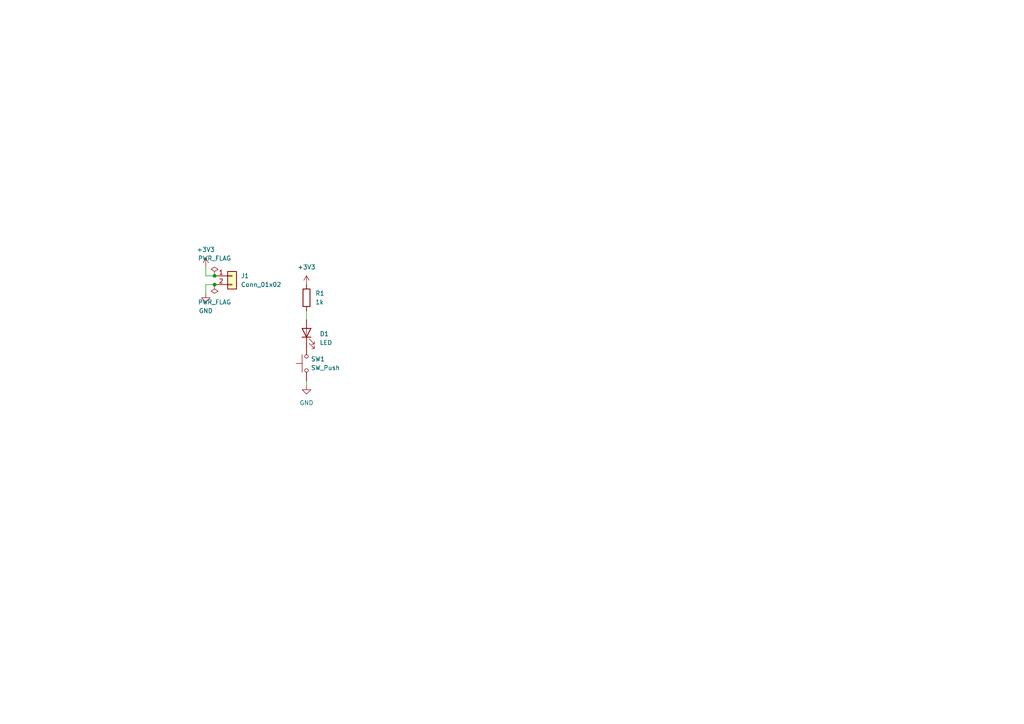
<source format=kicad_sch>
(kicad_sch (version 20231120) (generator "eeschema") (generator_version "8.0")
  (paper "A4")
  (lib_symbols
    (symbol "Connector_Generic:Conn_01x02" (pin_names (offset 1.016) hide)
      (property "Reference" "J" (at 0 2.54 0))
      (property "Value" "Conn_01x02" (at 0 -5.08 0))
      (symbol "Conn_01x02_1_1"
        (rectangle (start -1.27 -2.413) (end 0 -2.667) (stroke (width 0.1524)))
        (rectangle (start -1.27 0.127) (end 0 -0.127) (stroke (width 0.1524)))
        (rectangle (start -1.27 1.27) (end 1.27 -3.81) (stroke (width 0.254)) (fill (type background)))
        (pin passive line (at -5.08 0 0) (length 3.81) (name "Pin_1") (number "1"))
        (pin passive line (at -5.08 -2.54 0) (length 3.81) (name "Pin_2") (number "2"))
      )
    )
    (symbol "Device:LED" (pin_numbers hide) (pin_names (offset 1.016) hide)
      (property "Reference" "D" (at 0 2.54 0))
      (property "Value" "LED" (at 0 -2.54 0))
      (symbol "LED_0_1"
        (polyline (pts (xy -1.27 -1.27) (xy -1.27 1.27)) (stroke (width 0.254)))
        (polyline (pts (xy -1.27 0) (xy 1.27 0)))
        (polyline (pts (xy 1.27 -1.27) (xy 1.27 1.27) (xy -1.27 0) (xy 1.27 -1.27)) (stroke (width 0.254)))
        (polyline (pts (xy -3.048 -0.762) (xy -4.572 -2.286) (xy -3.81 -2.286) (xy -4.572 -2.286) (xy -4.572 -1.524)))
        (polyline (pts (xy -1.778 -0.762) (xy -3.302 -2.286) (xy -2.54 -2.286) (xy -3.302 -2.286) (xy -3.302 -1.524)))
      )
      (symbol "LED_1_1"
        (pin passive line (at -3.81 0 0) (length 2.54) (name "K") (number "1"))
        (pin passive line (at 3.81 0 180) (length 2.54) (name "A") (number "2"))
      )
    )
    (symbol "Switch:SW_Push" (pin_numbers hide) (pin_names (offset 1.016) hide)
      (property "Reference" "SW" (at 1.27 2.54 0))
      (property "Value" "SW_Push" (at 0 -1.524 0))
      (symbol "SW_Push_0_1"
        (circle (center -2.032 0) (radius 0.508))
        (polyline (pts (xy 0 1.27) (xy 0 3.048)))
        (polyline (pts (xy 2.54 1.27) (xy -2.54 1.27)))
        (circle (center 2.032 0) (radius 0.508))
        (pin passive line (at -5.08 0 0) (length 2.54) (name "1") (number "1"))
        (pin passive line (at 5.08 0 180) (length 2.54) (name "2") (number "2"))
      )
    )
    (symbol "device:R" (pin_numbers hide) (pin_names (offset 0))
      (property "Reference" "R" (at 2.032 0 90))
      (property "Value" "R" (at 0 0 90))
      (symbol "R_0_1"
        (rectangle (start -1.016 -2.54) (end 1.016 2.54) (stroke (width 0.254)))
      )
      (symbol "R_1_1"
        (pin passive line (at 0 3.81 270) (length 1.27) (name "~") (number "1"))
        (pin passive line (at 0 -3.81 90) (length 1.27) (name "~") (number "2"))
      )
    )
    (symbol "power:+3V3" (power) (pin_names (offset 0))
      (property "Value" "+3V3" (at 0 3.556 0))
      (symbol "+3V3_0_1"
        (polyline (pts (xy -0.762 1.27) (xy 0 2.54)))
        (polyline (pts (xy 0 0) (xy 0 2.54)))
        (polyline (pts (xy 0 2.54) (xy 0.762 1.27)))
      )
      (symbol "+3V3_1_1"
        (pin power_in line (at 0 0 90) (length 0) hide (name "+3V3") (number "1"))
      )
    )
    (symbol "power:GND" (power) (pin_names (offset 0))
      (property "Value" "GND" (at 0 -3.81 0))
      (symbol "GND_0_1"
        (polyline (pts (xy 0 0) (xy 0 -1.27) (xy 1.27 -1.27) (xy 0 -2.54) (xy -1.27 -1.27) (xy 0 -1.27)))
      )
      (symbol "GND_1_1"
        (pin power_in line (at 0 0 270) (length 0) hide (name "GND") (number "1"))
      )
    )
    (symbol "power:PWR_FLAG" (power) (pin_numbers hide) (pin_names (offset 0) hide)
      (property "Value" "PWR_FLAG" (at 0 3.81 0))
      (symbol "PWR_FLAG_0_0"
        (pin power_out line (at 0 0 90) (length 0) (name "pwr") (number "1"))
      )
      (symbol "PWR_FLAG_0_1"
        (polyline (pts (xy 0 0) (xy 0 1.27) (xy -1.016 1.905) (xy 0 2.54) (xy 1.016 1.905) (xy 0 1.27)))
      )
    )
  )
  (junction (at 62.23 82.55))
  (junction (at 62.23 80.01))
  (wire (pts (xy 59.69 80.01) (xy 59.69 77.47)))
  (wire (pts (xy 62.23 82.55) (xy 59.69 82.55)))
  (wire (pts (xy 59.69 82.55) (xy 59.69 85.09)))
  (wire (pts (xy 62.23 80.01) (xy 59.69 80.01)))
  (wire (pts (xy 88.9 110.49) (xy 88.9 111.76)))
  (wire (pts (xy 88.9 90.17) (xy 88.9 92.71)))
  (symbol (lib_id "power:PWR_FLAG") (at 62.23 82.55 180) (unit 1)
    (property "Reference" "#FLG02" (effects (hide yes)))
    (property "Value" "PWR_FLAG" (at 62.23 87.63 0))
    (property "Description" "Special symbol for telling ERC where power comes from" (effects (hide yes)))
  )
  (symbol (lib_id "Device:LED") (at 88.9 96.52 90) (unit 1)
    (property "Reference" "D1" (at 92.71 96.8374 90) (effects (justify right)))
    (property "Value" "LED" (at 92.71 99.3774 90) (effects (justify right)))
    (property "Footprint" "LED_SMD:LED_0603_1608Metric_Pad1.05x0.95mm_HandSolder" (effects (hide yes)))
    (property "Datasheet" "https://mm.digikey.com/Volume0/opasdata/d220001/medias/docus/4336/0603GBD0790S01.pdf" (effects (hide yes)))
    (property "Description" "Light emitting diode" (effects (hide yes)))
    (property "MPN" "0603GBD0790S01" (effects (hide yes)))
  )
  (symbol (lib_id "power:+3V3") (at 59.69 77.47 0) (unit 1)
    (property "Reference" "#PWR01" (effects (hide yes)))
    (property "Value" "+3V3" (at 59.69 72.39 0))
    (property "Description" "Power symbol creates a global label with name \"+3V3\"" (effects (hide yes)))
  )
  (symbol (lib_id "power:PWR_FLAG") (at 62.23 80.01 0) (unit 1)
    (property "Reference" "#FLG01" (effects (hide yes)))
    (property "Value" "PWR_FLAG" (at 62.23 74.93 0))
    (property "Description" "Special symbol for telling ERC where power comes from" (effects (hide yes)))
  )
  (symbol (lib_id "device:R") (at 88.9 86.36 0) (unit 1)
    (property "Reference" "R1" (at 91.44 85.0899 0) (effects (justify left)))
    (property "Value" "1k" (at 91.44 87.6299 0) (effects (justify left)))
    (property "Footprint" "Resistor_SMD:R_0603_1608Metric_Pad0.98x0.95mm_HandSolder" (effects (hide yes)))
    (property "Description" "Resistor" (effects (hide yes)))
    (property "MPN" "RES 1k OHM 1/10 W 5% 0603" (effects (hide yes)))
  )
  (symbol (lib_id "power:+3V3") (at 88.9 82.55 0) (unit 1)
    (property "Reference" "#PWR02" (effects (hide yes)))
    (property "Value" "+3V3" (at 88.9 77.47 0))
    (property "Description" "Power symbol creates a global label with name \"+3V3\"" (effects (hide yes)))
  )
  (symbol (lib_id "Switch:SW_Push") (at 88.9 105.41 90) (unit 1)
    (property "Reference" "SW1" (at 90.17 104.1399 90) (effects (justify right)))
    (property "Value" "SW_Push" (at 90.17 106.6799 90) (effects (justify right)))
    (property "Footprint" "Button_Switch_SMD:SW_Push_SPST_NO_Alps_SKRK" (effects (hide yes)))
    (property "Description" "Push button switch, generic, two pins" (effects (hide yes)))
  )
  (symbol (lib_id "Connector_Generic:Conn_01x02") (at 67.31 80.01 0) (unit 1)
    (property "Reference" "J1" (at 69.85 80.0099 0) (effects (justify left)))
    (property "Value" "Conn_01x02" (at 69.85 82.5499 0) (effects (justify left)))
    (property "Footprint" "Connector_Molex:Molex_Micro-Fit_3.0_43045-0212_2x01_P3.00mm_Vertical" (effects (hide yes)))
    (property "Description" "Generic connector, single row, 01x02, script generated (kicad-library-utils/schlib/autogen/connector/)" (effects (hide yes)))
  )
  (symbol (lib_id "power:GND") (at 88.9 111.76 0) (unit 1)
    (property "Reference" "#PWR03" (effects (hide yes)))
    (property "Value" "GND" (at 88.9 116.84 0))
    (property "Description" "Power symbol creates a global label with name \"GND\" , ground" (effects (hide yes)))
  )
  (symbol (lib_id "power:GND") (at 59.69 85.09 0) (unit 1)
    (property "Reference" "#PWR04" (effects (hide yes)))
    (property "Value" "GND" (at 59.69 90.17 0))
    (property "Description" "Power symbol creates a global label with name \"GND\" , ground" (effects (hide yes)))
  )
)
</source>
